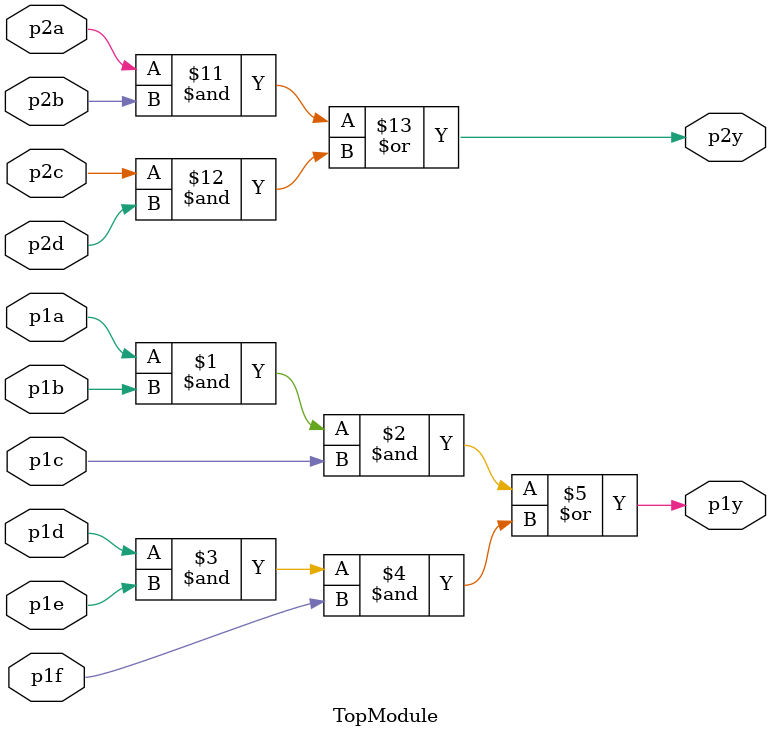
<source format=sv>

module TopModule (
  input p1a,
  input p1b,
  input p1c,
  input p1d,
  input p1e,
  input p1f,
  output reg p1y,
  input p2a,
  input p2b,
  input p2c,
  input p2d,
  output reg p2y
);

// AND gates for p1y
assign p1y = (p1a & p1b & p1c) | (p1d & p1e & p1f);

// Internal wires for p1y OR gates
wire p3 = p1a & p1b & p1c;
wire p4 = p1d & p1e & p1f;
wire p5 = p3 | p4;

// OR gates for p2y
assign p2y = (p2a & p2b) | (p2c & p2d);

endmodule

// VERILOG-EVAL: errant inclusion of module definition

</source>
